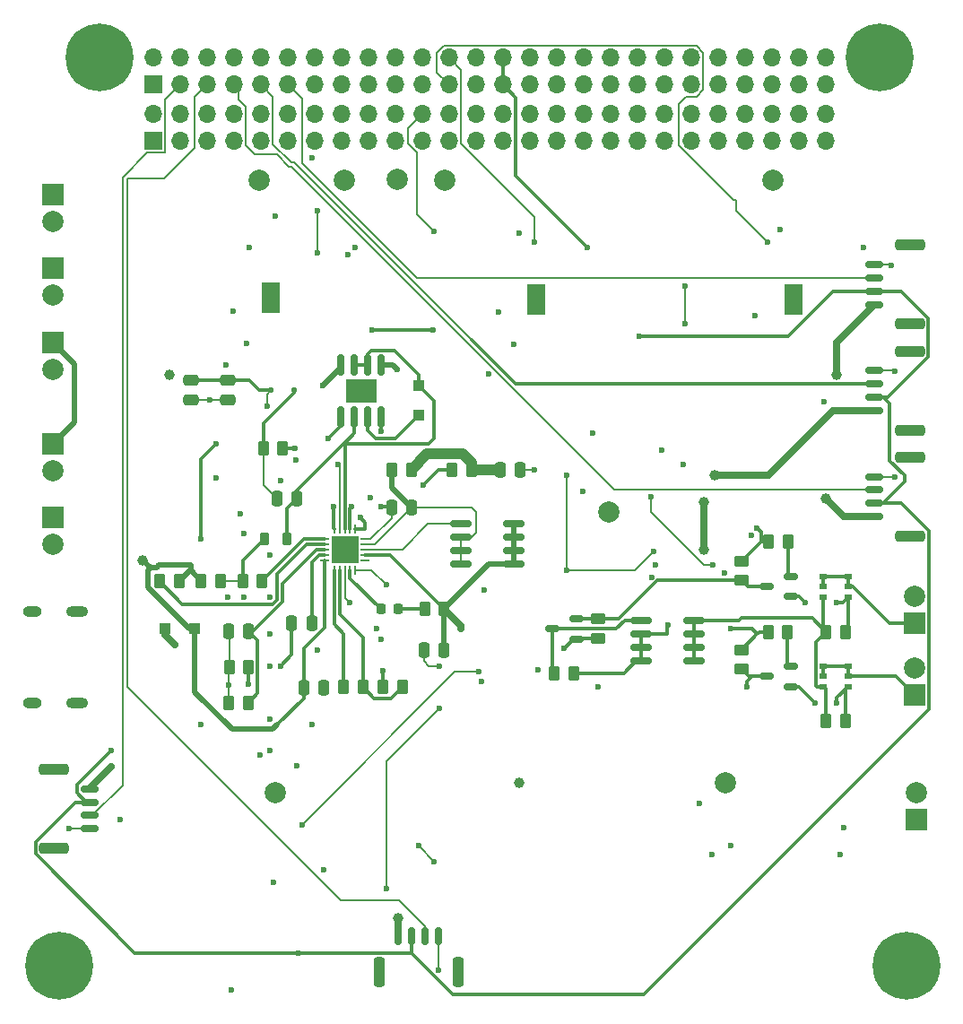
<source format=gbr>
%TF.GenerationSoftware,KiCad,Pcbnew,8.0.3*%
%TF.CreationDate,2024-09-23T14:32:18+01:00*%
%TF.ProjectId,Untitled,556e7469-746c-4656-942e-6b696361645f,rev?*%
%TF.SameCoordinates,Original*%
%TF.FileFunction,Copper,L4,Bot*%
%TF.FilePolarity,Positive*%
%FSLAX46Y46*%
G04 Gerber Fmt 4.6, Leading zero omitted, Abs format (unit mm)*
G04 Created by KiCad (PCBNEW 8.0.3) date 2024-09-23 14:32:18*
%MOMM*%
%LPD*%
G01*
G04 APERTURE LIST*
G04 Aperture macros list*
%AMRoundRect*
0 Rectangle with rounded corners*
0 $1 Rounding radius*
0 $2 $3 $4 $5 $6 $7 $8 $9 X,Y pos of 4 corners*
0 Add a 4 corners polygon primitive as box body*
4,1,4,$2,$3,$4,$5,$6,$7,$8,$9,$2,$3,0*
0 Add four circle primitives for the rounded corners*
1,1,$1+$1,$2,$3*
1,1,$1+$1,$4,$5*
1,1,$1+$1,$6,$7*
1,1,$1+$1,$8,$9*
0 Add four rect primitives between the rounded corners*
20,1,$1+$1,$2,$3,$4,$5,0*
20,1,$1+$1,$4,$5,$6,$7,0*
20,1,$1+$1,$6,$7,$8,$9,0*
20,1,$1+$1,$8,$9,$2,$3,0*%
G04 Aperture macros list end*
%TA.AperFunction,HeatsinkPad*%
%ADD10C,0.550000*%
%TD*%
%TA.AperFunction,HeatsinkPad*%
%ADD11R,1.651000X2.845000*%
%TD*%
%TA.AperFunction,ComponentPad*%
%ADD12C,6.400000*%
%TD*%
%TA.AperFunction,ComponentPad*%
%ADD13R,2.000000X2.000000*%
%TD*%
%TA.AperFunction,ComponentPad*%
%ADD14C,2.000000*%
%TD*%
%TA.AperFunction,ComponentPad*%
%ADD15O,2.100000X1.000000*%
%TD*%
%TA.AperFunction,ComponentPad*%
%ADD16O,1.800000X1.000000*%
%TD*%
%TA.AperFunction,ComponentPad*%
%ADD17R,1.700000X1.700000*%
%TD*%
%TA.AperFunction,ComponentPad*%
%ADD18O,1.700000X1.700000*%
%TD*%
%TA.AperFunction,SMDPad,CuDef*%
%ADD19RoundRect,0.062500X0.350000X0.062500X-0.350000X0.062500X-0.350000X-0.062500X0.350000X-0.062500X0*%
%TD*%
%TA.AperFunction,SMDPad,CuDef*%
%ADD20RoundRect,0.062500X0.062500X0.350000X-0.062500X0.350000X-0.062500X-0.350000X0.062500X-0.350000X0*%
%TD*%
%TA.AperFunction,HeatsinkPad*%
%ADD21R,2.500000X2.500000*%
%TD*%
%TA.AperFunction,SMDPad,CuDef*%
%ADD22RoundRect,0.150000X0.512500X0.150000X-0.512500X0.150000X-0.512500X-0.150000X0.512500X-0.150000X0*%
%TD*%
%TA.AperFunction,SMDPad,CuDef*%
%ADD23RoundRect,0.250000X0.262500X0.450000X-0.262500X0.450000X-0.262500X-0.450000X0.262500X-0.450000X0*%
%TD*%
%TA.AperFunction,SMDPad,CuDef*%
%ADD24R,0.700000X0.510000*%
%TD*%
%TA.AperFunction,SMDPad,CuDef*%
%ADD25RoundRect,0.250000X-0.450000X0.262500X-0.450000X-0.262500X0.450000X-0.262500X0.450000X0.262500X0*%
%TD*%
%TA.AperFunction,SMDPad,CuDef*%
%ADD26RoundRect,0.250000X0.250000X0.475000X-0.250000X0.475000X-0.250000X-0.475000X0.250000X-0.475000X0*%
%TD*%
%TA.AperFunction,SMDPad,CuDef*%
%ADD27RoundRect,0.250000X-0.250000X-0.475000X0.250000X-0.475000X0.250000X0.475000X-0.250000X0.475000X0*%
%TD*%
%TA.AperFunction,SMDPad,CuDef*%
%ADD28RoundRect,0.250000X-0.262500X-0.450000X0.262500X-0.450000X0.262500X0.450000X-0.262500X0.450000X0*%
%TD*%
%TA.AperFunction,SMDPad,CuDef*%
%ADD29RoundRect,0.250000X0.475000X-0.250000X0.475000X0.250000X-0.475000X0.250000X-0.475000X-0.250000X0*%
%TD*%
%TA.AperFunction,SMDPad,CuDef*%
%ADD30RoundRect,0.150000X0.700000X-0.150000X0.700000X0.150000X-0.700000X0.150000X-0.700000X-0.150000X0*%
%TD*%
%TA.AperFunction,SMDPad,CuDef*%
%ADD31RoundRect,0.250000X1.150000X-0.250000X1.150000X0.250000X-1.150000X0.250000X-1.150000X-0.250000X0*%
%TD*%
%TA.AperFunction,SMDPad,CuDef*%
%ADD32RoundRect,0.250000X-0.300000X0.300000X-0.300000X-0.300000X0.300000X-0.300000X0.300000X0.300000X0*%
%TD*%
%TA.AperFunction,SMDPad,CuDef*%
%ADD33RoundRect,0.150000X-0.150000X-0.700000X0.150000X-0.700000X0.150000X0.700000X-0.150000X0.700000X0*%
%TD*%
%TA.AperFunction,SMDPad,CuDef*%
%ADD34RoundRect,0.250000X-0.250000X-1.150000X0.250000X-1.150000X0.250000X1.150000X-0.250000X1.150000X0*%
%TD*%
%TA.AperFunction,SMDPad,CuDef*%
%ADD35RoundRect,0.150000X-0.825000X-0.150000X0.825000X-0.150000X0.825000X0.150000X-0.825000X0.150000X0*%
%TD*%
%TA.AperFunction,SMDPad,CuDef*%
%ADD36RoundRect,0.150000X0.150000X-0.825000X0.150000X0.825000X-0.150000X0.825000X-0.150000X-0.825000X0*%
%TD*%
%TA.AperFunction,HeatsinkPad*%
%ADD37R,3.000000X2.290000*%
%TD*%
%TA.AperFunction,SMDPad,CuDef*%
%ADD38RoundRect,0.150000X-0.700000X0.150000X-0.700000X-0.150000X0.700000X-0.150000X0.700000X0.150000X0*%
%TD*%
%TA.AperFunction,SMDPad,CuDef*%
%ADD39RoundRect,0.250000X-1.150000X0.250000X-1.150000X-0.250000X1.150000X-0.250000X1.150000X0.250000X0*%
%TD*%
%TA.AperFunction,SMDPad,CuDef*%
%ADD40RoundRect,0.250000X0.450000X-0.262500X0.450000X0.262500X-0.450000X0.262500X-0.450000X-0.262500X0*%
%TD*%
%TA.AperFunction,SMDPad,CuDef*%
%ADD41RoundRect,0.250000X-0.300000X-0.300000X0.300000X-0.300000X0.300000X0.300000X-0.300000X0.300000X0*%
%TD*%
%TA.AperFunction,SMDPad,CuDef*%
%ADD42RoundRect,0.125000X0.125000X0.125000X-0.125000X0.125000X-0.125000X-0.125000X0.125000X-0.125000X0*%
%TD*%
%TA.AperFunction,SMDPad,CuDef*%
%ADD43RoundRect,0.218750X0.218750X0.381250X-0.218750X0.381250X-0.218750X-0.381250X0.218750X-0.381250X0*%
%TD*%
%TA.AperFunction,SMDPad,CuDef*%
%ADD44RoundRect,0.218750X-0.218750X-0.256250X0.218750X-0.256250X0.218750X0.256250X-0.218750X0.256250X0*%
%TD*%
%TA.AperFunction,ViaPad*%
%ADD45C,0.600000*%
%TD*%
%TA.AperFunction,ViaPad*%
%ADD46C,1.000000*%
%TD*%
%TA.AperFunction,Conductor*%
%ADD47C,0.500000*%
%TD*%
%TA.AperFunction,Conductor*%
%ADD48C,0.300000*%
%TD*%
%TA.AperFunction,Conductor*%
%ADD49C,0.700000*%
%TD*%
%TA.AperFunction,Conductor*%
%ADD50C,1.000000*%
%TD*%
%TA.AperFunction,Conductor*%
%ADD51C,0.200000*%
%TD*%
G04 APERTURE END LIST*
D10*
%TO.P,U6,17,GND*%
%TO.N,GND*%
X143883604Y-76750185D03*
X143883604Y-77897685D03*
X143883604Y-79045185D03*
D11*
X144434104Y-77897685D03*
D10*
X144984604Y-76750185D03*
X144984604Y-77897685D03*
X144984604Y-79045185D03*
%TD*%
D12*
%TO.P,H3,1*%
%TO.N,N/C*%
X75080000Y-140810000D03*
%TD*%
D13*
%TO.P,J16,1,Pin_1*%
%TO.N,/BATT_PRE_INH*%
X74500000Y-91500000D03*
D14*
%TO.P,J16,2,Pin_2*%
%TO.N,GND_REF*%
X74500000Y-94040000D03*
%TD*%
D13*
%TO.P,J4,1,Pin_1*%
%TO.N,/BATT_PRE_INH*%
X74491311Y-82000000D03*
D14*
%TO.P,J4,2,Pin_2*%
%TO.N,/BATT_CS*%
X74491311Y-84540000D03*
%TD*%
%TO.P,TP3,1,1*%
%TO.N,/EDFA_5V*%
X111483354Y-66609914D03*
%TD*%
D13*
%TO.P,J9,1,Pin_1*%
%TO.N,Net-(J9-Pin_1)*%
X155850000Y-108500000D03*
D14*
%TO.P,J9,2,Pin_2*%
%TO.N,GND*%
X155850000Y-105960000D03*
%TD*%
%TO.P,TP8,1,1*%
%TO.N,/5V_SW_2*%
X102029681Y-66637637D03*
%TD*%
D13*
%TO.P,J6,1,Pin_1*%
%TO.N,GND_REF*%
X74500000Y-74957894D03*
D14*
%TO.P,J6,2,Pin_2*%
%TO.N,GND*%
X74500000Y-77497894D03*
%TD*%
%TO.P,TP4,1,1*%
%TO.N,/EDFA_5V_SWITCHED*%
X127000000Y-98000000D03*
%TD*%
D13*
%TO.P,J10,1,Pin_1*%
%TO.N,/KAPTON_PWR*%
X156000000Y-127040000D03*
D14*
%TO.P,J10,2,Pin_2*%
%TO.N,GND*%
X156000000Y-124500000D03*
%TD*%
%TO.P,TP5,1,1*%
%TO.N,/PERIPH_PWR*%
X142489567Y-66646870D03*
%TD*%
%TO.P,TP1,1,1*%
%TO.N,/5V_BUS*%
X106992166Y-66582190D03*
%TD*%
D13*
%TO.P,J5,1,Pin_1*%
%TO.N,/VBATT_CHARGE*%
X74500000Y-98460000D03*
D14*
%TO.P,J5,2,Pin_2*%
%TO.N,GND_REF*%
X74500000Y-101000000D03*
%TD*%
D10*
%TO.P,U2,17,GND*%
%TO.N,GND*%
X119599500Y-76752500D03*
X119599500Y-77900000D03*
X119599500Y-79047500D03*
D11*
X120150000Y-77900000D03*
D10*
X120700500Y-76752500D03*
X120700500Y-77900000D03*
X120700500Y-79047500D03*
%TD*%
D15*
%TO.P,J7,S1,SHIELD*%
%TO.N,GND_REF*%
X76746508Y-107367513D03*
D16*
X72566508Y-107367513D03*
D15*
X76746508Y-116007513D03*
D16*
X72566508Y-116007513D03*
%TD*%
D14*
%TO.P,TP2,1,1*%
%TO.N,/3V3_BUS*%
X95500000Y-124500000D03*
%TD*%
D12*
%TO.P,H4,1*%
%TO.N,N/C*%
X155090000Y-140810000D03*
%TD*%
D14*
%TO.P,TP6,1,1*%
%TO.N,/KAPTON_PWR*%
X138000000Y-123500000D03*
%TD*%
D13*
%TO.P,J3,1,Pin_1*%
%TO.N,/SOLAR_PRE_INH*%
X74500000Y-68000000D03*
D14*
%TO.P,J3,2,Pin_2*%
%TO.N,/SOLAR_PRE_MPPT*%
X74500000Y-70540000D03*
%TD*%
D12*
%TO.P,H1,1*%
%TO.N,N/C*%
X78890000Y-55080000D03*
%TD*%
%TO.P,H2,1*%
%TO.N,N/C*%
X152550000Y-55080000D03*
%TD*%
D10*
%TO.P,U1,17,GND*%
%TO.N,GND*%
X94554500Y-76622500D03*
X94554500Y-77770000D03*
X94554500Y-78917500D03*
D11*
X95105000Y-77770000D03*
D10*
X95655500Y-76622500D03*
X95655500Y-77770000D03*
X95655500Y-78917500D03*
%TD*%
D17*
%TO.P,J2,1,Pin_1*%
%TO.N,/PDU_TEMP*%
X83970000Y-57620000D03*
D18*
%TO.P,J2,2,Pin_2*%
%TO.N,unconnected-(J2-Pin_2-Pad2)*%
X83970000Y-55080000D03*
%TO.P,J2,3,Pin_3*%
%TO.N,/SOLAR_TMP_1*%
X86510000Y-57620000D03*
%TO.P,J2,4,Pin_4*%
%TO.N,unconnected-(J2-Pin_4-Pad4)*%
X86510000Y-55080000D03*
%TO.P,J2,5,Pin_5*%
%TO.N,/SOLAR_TMP_2*%
X89050000Y-57620000D03*
%TO.P,J2,6,Pin_6*%
%TO.N,unconnected-(J2-Pin_6-Pad6)*%
X89050000Y-55080000D03*
%TO.P,J2,7,Pin_7*%
%TO.N,/SOLAR_TMP_5*%
X91590000Y-57620000D03*
%TO.P,J2,8,Pin_8*%
%TO.N,unconnected-(J2-Pin_8-Pad8)*%
X91590000Y-55080000D03*
%TO.P,J2,9,Pin_9*%
%TO.N,/SOLAR_TMP_4*%
X94130000Y-57620000D03*
%TO.P,J2,10,Pin_10*%
%TO.N,unconnected-(J2-Pin_10-Pad10)*%
X94130000Y-55080000D03*
%TO.P,J2,11,Pin_11*%
%TO.N,/SOLAR_TMP_3*%
X96670000Y-57620000D03*
%TO.P,J2,12,Pin_12*%
%TO.N,unconnected-(J2-Pin_12-Pad12)*%
X96670000Y-55080000D03*
%TO.P,J2,13,Pin_13*%
%TO.N,unconnected-(J2-Pin_13-Pad13)*%
X99210000Y-57620000D03*
%TO.P,J2,14,Pin_14*%
%TO.N,unconnected-(J2-Pin_14-Pad14)*%
X99210000Y-55080000D03*
%TO.P,J2,15,Pin_15*%
%TO.N,unconnected-(J2-Pin_15-Pad15)*%
X101750000Y-57620000D03*
%TO.P,J2,16,Pin_16*%
%TO.N,unconnected-(J2-Pin_16-Pad16)*%
X101750000Y-55080000D03*
%TO.P,J2,17,Pin_17*%
%TO.N,unconnected-(J2-Pin_17-Pad17)*%
X104290000Y-57620000D03*
%TO.P,J2,18,Pin_18*%
%TO.N,unconnected-(J2-Pin_18-Pad18)*%
X104290000Y-55080000D03*
%TO.P,J2,19,Pin_19*%
%TO.N,/EDFA_5V_STAT*%
X106830000Y-57620000D03*
%TO.P,J2,20,Pin_20*%
%TO.N,unconnected-(J2-Pin_20-Pad20)*%
X106830000Y-55080000D03*
%TO.P,J2,21,Pin_21*%
%TO.N,/EDFA_5V_SW*%
X109370000Y-57620000D03*
%TO.P,J2,22,Pin_22*%
X109370000Y-55080000D03*
%TO.P,J2,23,Pin_23*%
%TO.N,/5V_BUS_STAT*%
X111910000Y-57620000D03*
%TO.P,J2,24,Pin_24*%
%TO.N,/3V3_BUS_STAT*%
X111910000Y-55080000D03*
%TO.P,J2,25,Pin_25*%
%TO.N,/5V_BUS*%
X114450000Y-57620000D03*
%TO.P,J2,26,Pin_26*%
X114450000Y-55080000D03*
%TO.P,J2,27,Pin_27*%
%TO.N,/3V3_BUS*%
X116990000Y-57620000D03*
%TO.P,J2,28,Pin_28*%
X116990000Y-55080000D03*
%TO.P,J2,29,Pin_29*%
%TO.N,GND*%
X119530000Y-57620000D03*
%TO.P,J2,30,Pin_30*%
X119530000Y-55080000D03*
%TO.P,J2,31,Pin_31*%
X122070000Y-57620000D03*
%TO.P,J2,32,Pin_32*%
X122070000Y-55080000D03*
%TO.P,J2,33,Pin_33*%
%TO.N,unconnected-(J2-Pin_33-Pad33)*%
X124610000Y-57620000D03*
%TO.P,J2,34,Pin_34*%
%TO.N,unconnected-(J2-Pin_34-Pad34)*%
X124610000Y-55080000D03*
%TO.P,J2,35,Pin_35*%
%TO.N,unconnected-(J2-Pin_35-Pad35)*%
X127150000Y-57620000D03*
%TO.P,J2,36,Pin_36*%
%TO.N,unconnected-(J2-Pin_36-Pad36)*%
X127150000Y-55080000D03*
%TO.P,J2,37,Pin_37*%
%TO.N,unconnected-(J2-Pin_37-Pad37)*%
X129690000Y-57620000D03*
%TO.P,J2,38,Pin_38*%
%TO.N,unconnected-(J2-Pin_38-Pad38)*%
X129690000Y-55080000D03*
%TO.P,J2,39,Pin_39*%
%TO.N,unconnected-(J2-Pin_39-Pad39)*%
X132230000Y-57620000D03*
%TO.P,J2,40,Pin_40*%
%TO.N,unconnected-(J2-Pin_40-Pad40)*%
X132230000Y-55080000D03*
%TO.P,J2,41,Pin_41*%
%TO.N,unconnected-(J2-Pin_41-Pad41)*%
X134770000Y-57620000D03*
%TO.P,J2,42,Pin_42*%
%TO.N,unconnected-(J2-Pin_42-Pad42)*%
X134770000Y-55080000D03*
%TO.P,J2,43,Pin_43*%
%TO.N,unconnected-(J2-Pin_43-Pad43)*%
X137310000Y-57620000D03*
%TO.P,J2,44,Pin_44*%
%TO.N,unconnected-(J2-Pin_44-Pad44)*%
X137310000Y-55080000D03*
%TO.P,J2,45,Pin_45*%
%TO.N,unconnected-(J2-Pin_45-Pad45)*%
X139850000Y-57620000D03*
%TO.P,J2,46,Pin_46*%
%TO.N,V_BATT*%
X139850000Y-55080000D03*
%TO.P,J2,47,Pin_47*%
%TO.N,unconnected-(J2-Pin_47-Pad47)*%
X142390000Y-57620000D03*
%TO.P,J2,48,Pin_48*%
%TO.N,V_BATT*%
X142390000Y-55080000D03*
%TO.P,J2,49,Pin_49*%
%TO.N,unconnected-(J2-Pin_49-Pad49)*%
X144930000Y-57620000D03*
%TO.P,J2,50,Pin_50*%
%TO.N,unconnected-(J2-Pin_50-Pad50)*%
X144930000Y-55080000D03*
%TO.P,J2,51,Pin_51*%
%TO.N,unconnected-(J2-Pin_51-Pad51)*%
X147470000Y-57620000D03*
%TO.P,J2,52,Pin_52*%
%TO.N,unconnected-(J2-Pin_52-Pad52)*%
X147470000Y-55080000D03*
%TD*%
D17*
%TO.P,J1,1,Pin_1*%
%TO.N,unconnected-(J1-Pin_1-Pad1)*%
X83970000Y-62900000D03*
D18*
%TO.P,J1,2,Pin_2*%
%TO.N,unconnected-(J1-Pin_2-Pad2)*%
X83970000Y-60360000D03*
%TO.P,J1,3,Pin_3*%
%TO.N,unconnected-(J1-Pin_3-Pad3)*%
X86510000Y-62900000D03*
%TO.P,J1,4,Pin_4*%
%TO.N,unconnected-(J1-Pin_4-Pad4)*%
X86510000Y-60360000D03*
%TO.P,J1,5,Pin_5*%
%TO.N,unconnected-(J1-Pin_5-Pad5)*%
X89050000Y-62900000D03*
%TO.P,J1,6,Pin_6*%
%TO.N,unconnected-(J1-Pin_6-Pad6)*%
X89050000Y-60360000D03*
%TO.P,J1,7,Pin_7*%
%TO.N,unconnected-(J1-Pin_7-Pad7)*%
X91590000Y-62900000D03*
%TO.P,J1,8,Pin_8*%
%TO.N,unconnected-(J1-Pin_8-Pad8)*%
X91590000Y-60360000D03*
%TO.P,J1,9,Pin_9*%
%TO.N,unconnected-(J1-Pin_9-Pad9)*%
X94130000Y-62900000D03*
%TO.P,J1,10,Pin_10*%
%TO.N,unconnected-(J1-Pin_10-Pad10)*%
X94130000Y-60360000D03*
%TO.P,J1,11,Pin_11*%
%TO.N,/EDFA_ENABLE*%
X96670000Y-62900000D03*
%TO.P,J1,12,Pin_12*%
%TO.N,unconnected-(J1-Pin_12-Pad12)*%
X96670000Y-60360000D03*
%TO.P,J1,13,Pin_13*%
%TO.N,/KAPTON_ENABLE*%
X99210000Y-62900000D03*
%TO.P,J1,14,Pin_14*%
%TO.N,unconnected-(J1-Pin_14-Pad14)*%
X99210000Y-60360000D03*
%TO.P,J1,15,Pin_15*%
%TO.N,/5V_SW_1_EN*%
X101750000Y-62900000D03*
%TO.P,J1,16,Pin_16*%
%TO.N,unconnected-(J1-Pin_16-Pad16)*%
X101750000Y-60360000D03*
%TO.P,J1,17,Pin_17*%
%TO.N,/5V_SW_2_EN*%
X104290000Y-62900000D03*
%TO.P,J1,18,Pin_18*%
%TO.N,unconnected-(J1-Pin_18-Pad18)*%
X104290000Y-60360000D03*
%TO.P,J1,19,Pin_19*%
%TO.N,unconnected-(J1-Pin_19-Pad19)*%
X106830000Y-62900000D03*
%TO.P,J1,20,Pin_20*%
%TO.N,unconnected-(J1-Pin_20-Pad20)*%
X106830000Y-60360000D03*
%TO.P,J1,21,Pin_21*%
%TO.N,/5V_SW_1*%
X109370000Y-62900000D03*
%TO.P,J1,22,Pin_22*%
%TO.N,/ICL*%
X109370000Y-60360000D03*
%TO.P,J1,23,Pin_23*%
%TO.N,/5V_SW_2*%
X111910000Y-62900000D03*
%TO.P,J1,24,Pin_24*%
%TO.N,/SHDN*%
X111910000Y-60360000D03*
%TO.P,J1,25,Pin_25*%
%TO.N,unconnected-(J1-Pin_25-Pad25)*%
X114450000Y-62900000D03*
%TO.P,J1,26,Pin_26*%
%TO.N,unconnected-(J1-Pin_26-Pad26)*%
X114450000Y-60360000D03*
%TO.P,J1,27,Pin_27*%
%TO.N,/PERIPH_EN*%
X116990000Y-62900000D03*
%TO.P,J1,28,Pin_28*%
%TO.N,/ENAB_BURN_1*%
X116990000Y-60360000D03*
%TO.P,J1,29,Pin_29*%
%TO.N,/BURN_FET*%
X119530000Y-62900000D03*
%TO.P,J1,30,Pin_30*%
%TO.N,/ENAB_BURN_2*%
X119530000Y-60360000D03*
%TO.P,J1,31,Pin_31*%
%TO.N,unconnected-(J1-Pin_31-Pad31)*%
X122070000Y-62900000D03*
%TO.P,J1,32,Pin_32*%
%TO.N,unconnected-(J1-Pin_32-Pad32)*%
X122070000Y-60360000D03*
%TO.P,J1,33,Pin_33*%
%TO.N,unconnected-(J1-Pin_33-Pad33)*%
X124610000Y-62900000D03*
%TO.P,J1,34,Pin_34*%
%TO.N,unconnected-(J1-Pin_34-Pad34)*%
X124610000Y-60360000D03*
%TO.P,J1,35,Pin_35*%
%TO.N,unconnected-(J1-Pin_35-Pad35)*%
X127150000Y-62900000D03*
%TO.P,J1,36,Pin_36*%
%TO.N,unconnected-(J1-Pin_36-Pad36)*%
X127150000Y-60360000D03*
%TO.P,J1,37,Pin_37*%
%TO.N,unconnected-(J1-Pin_37-Pad37)*%
X129690000Y-62900000D03*
%TO.P,J1,38,Pin_38*%
%TO.N,unconnected-(J1-Pin_38-Pad38)*%
X129690000Y-60360000D03*
%TO.P,J1,39,Pin_39*%
%TO.N,unconnected-(J1-Pin_39-Pad39)*%
X132230000Y-62900000D03*
%TO.P,J1,40,Pin_40*%
%TO.N,unconnected-(J1-Pin_40-Pad40)*%
X132230000Y-60360000D03*
%TO.P,J1,41,Pin_41*%
%TO.N,/SDA*%
X134770000Y-62900000D03*
%TO.P,J1,42,Pin_42*%
%TO.N,unconnected-(J1-Pin_42-Pad42)*%
X134770000Y-60360000D03*
%TO.P,J1,43,Pin_43*%
%TO.N,/SCL*%
X137310000Y-62900000D03*
%TO.P,J1,44,Pin_44*%
%TO.N,unconnected-(J1-Pin_44-Pad44)*%
X137310000Y-60360000D03*
%TO.P,J1,45,Pin_45*%
%TO.N,unconnected-(J1-Pin_45-Pad45)*%
X139850000Y-62900000D03*
%TO.P,J1,46,Pin_46*%
%TO.N,unconnected-(J1-Pin_46-Pad46)*%
X139850000Y-60360000D03*
%TO.P,J1,47,Pin_47*%
%TO.N,/PERIPH_PWR*%
X142390000Y-62900000D03*
%TO.P,J1,48,Pin_48*%
%TO.N,unconnected-(J1-Pin_48-Pad48)*%
X142390000Y-60360000D03*
%TO.P,J1,49,Pin_49*%
%TO.N,unconnected-(J1-Pin_49-Pad49)*%
X144930000Y-62900000D03*
%TO.P,J1,50,Pin_50*%
%TO.N,unconnected-(J1-Pin_50-Pad50)*%
X144930000Y-60360000D03*
%TO.P,J1,51,Pin_51*%
%TO.N,unconnected-(J1-Pin_51-Pad51)*%
X147470000Y-62900000D03*
%TO.P,J1,52,Pin_52*%
%TO.N,unconnected-(J1-Pin_52-Pad52)*%
X147470000Y-60360000D03*
%TD*%
D14*
%TO.P,TP7,1,1*%
%TO.N,/5V_SW_1*%
X93989901Y-66609914D03*
%TD*%
D13*
%TO.P,J8,1,Pin_1*%
%TO.N,Net-(J8-Pin_1)*%
X155850000Y-115275000D03*
D14*
%TO.P,J8,2,Pin_2*%
%TO.N,GND*%
X155850000Y-112735000D03*
%TD*%
D19*
%TO.P,U12,1,CLN*%
%TO.N,Net-(U12-CLN)*%
X104000000Y-100510000D03*
%TO.P,U12,2,CLP*%
%TO.N,Net-(U12-CLP)*%
X104000000Y-101010000D03*
%TO.P,U12,3,INFET*%
%TO.N,Net-(U12-INFET)*%
X104000000Y-101510000D03*
%TO.P,U12,4,DCIN*%
%TO.N,/SOLAR_PRE_MPPT*%
X104000000Y-102010000D03*
%TO.P,U12,5,ACP*%
%TO.N,unconnected-(U12-ACP-Pad5)*%
X104000000Y-102510000D03*
D20*
%TO.P,U12,6,SHDN*%
%TO.N,/SHDN*%
X103062500Y-103447500D03*
%TO.P,U12,7,CHRG*%
%TO.N,/CHRG*%
X102562500Y-103447500D03*
%TO.P,U12,8,ICL*%
%TO.N,/ICL*%
X102062500Y-103447500D03*
%TO.P,U12,9,VFB*%
%TO.N,Net-(U12-VFB)*%
X101562500Y-103447500D03*
%TO.P,U12,10,FBDIV*%
%TO.N,Net-(U12-FBDIV)*%
X101062500Y-103447500D03*
D19*
%TO.P,U12,11,BAT*%
%TO.N,/VBATT_CHARGE*%
X100125000Y-102510000D03*
%TO.P,U12,12,ITH*%
%TO.N,Net-(U12-ITH)*%
X100125000Y-102010000D03*
%TO.P,U12,13,PROG*%
%TO.N,Net-(U12-PROG)*%
X100125000Y-101510000D03*
%TO.P,U12,14,CSN*%
%TO.N,Net-(U12-CSN)*%
X100125000Y-101010000D03*
%TO.P,U12,15,CSP*%
%TO.N,Net-(U12-CSP)*%
X100125000Y-100510000D03*
D20*
%TO.P,U12,16,BGATE*%
%TO.N,/BGATE*%
X101062500Y-99572500D03*
%TO.P,U12,17,INTVDD*%
%TO.N,Net-(D15-A)*%
X101562500Y-99572500D03*
%TO.P,U12,18,SW*%
%TO.N,/SW*%
X102062500Y-99572500D03*
%TO.P,U12,19,TGATE*%
%TO.N,/TGATE*%
X102562500Y-99572500D03*
%TO.P,U12,20,BOOST*%
%TO.N,Net-(U12-BOOST)*%
X103062500Y-99572500D03*
D21*
%TO.P,U12,21,GND*%
%TO.N,GND*%
X102062500Y-101510000D03*
%TD*%
D22*
%TO.P,Q1,1,E*%
%TO.N,GND*%
X123920307Y-108050000D03*
%TO.P,Q1,2,B*%
%TO.N,/BURN_FET*%
X123920307Y-109950000D03*
%TO.P,Q1,3,C*%
%TO.N,Net-(Q1-C)*%
X121645307Y-109000000D03*
%TD*%
D23*
%TO.P,R37,1*%
%TO.N,Net-(U12-VFB)*%
X107500000Y-114500000D03*
%TO.P,R37,2*%
%TO.N,GND*%
X105675000Y-114500000D03*
%TD*%
D24*
%TO.P,U7,1,D2*%
%TO.N,Net-(J8-Pin_1)*%
X149571733Y-112554018D03*
%TO.P,U7,2,D3*%
X149571733Y-113504018D03*
%TO.P,U7,3,G*%
%TO.N,Net-(Q2-D)*%
X149571733Y-114454018D03*
%TO.P,U7,4,S1*%
%TO.N,Net-(U5-D1)*%
X147251733Y-114454018D03*
%TO.P,U7,5,D4*%
%TO.N,Net-(J8-Pin_1)*%
X147251733Y-113504018D03*
%TO.P,U7,6,D1*%
X147251733Y-112554018D03*
%TD*%
D25*
%TO.P,R23,1*%
%TO.N,/ENAB_BURN_2*%
X139500000Y-102587500D03*
%TO.P,R23,2*%
%TO.N,GND*%
X139500000Y-104412500D03*
%TD*%
D26*
%TO.P,C39,1*%
%TO.N,GND*%
X100061213Y-114530000D03*
%TO.P,C39,2*%
%TO.N,/VBATT_CHARGE*%
X98161213Y-114530000D03*
%TD*%
D23*
%TO.P,R35,1*%
%TO.N,Net-(U12-BOOST)*%
X96208091Y-91996654D03*
%TO.P,R35,2*%
%TO.N,Net-(D15-K)*%
X94383091Y-91996654D03*
%TD*%
D27*
%TO.P,C31,1*%
%TO.N,GND*%
X109550000Y-111010000D03*
%TO.P,C31,2*%
%TO.N,/SOLAR_PRE_MPPT*%
X111450000Y-111010000D03*
%TD*%
%TO.P,C32,1*%
%TO.N,Net-(C32-Pad1)*%
X97050000Y-108500000D03*
%TO.P,C32,2*%
%TO.N,Net-(U12-ITH)*%
X98950000Y-108500000D03*
%TD*%
D28*
%TO.P,R34,1*%
%TO.N,Net-(U12-CLP)*%
X106500000Y-94010000D03*
%TO.P,R34,2*%
%TO.N,V_BATT*%
X108325000Y-94010000D03*
%TD*%
%TO.P,R39,1*%
%TO.N,Net-(U12-CSN)*%
X84587500Y-104510000D03*
%TO.P,R39,2*%
%TO.N,/VBATT_CHARGE*%
X86412500Y-104510000D03*
%TD*%
D29*
%TO.P,C37,1*%
%TO.N,GND*%
X91010000Y-87410000D03*
%TO.P,C37,2*%
%TO.N,Net-(D15-A)*%
X91010000Y-85510000D03*
%TD*%
D30*
%TO.P,J14,1,Pin_1*%
%TO.N,/SOLAR_IN_4*%
X152050000Y-88375000D03*
%TO.P,J14,2,Pin_2*%
%TO.N,/3V3_BUS*%
X152050000Y-87125000D03*
%TO.P,J14,3,Pin_3*%
%TO.N,/SOLAR_TMP_4*%
X152050000Y-85875000D03*
%TO.P,J14,4,Pin_4*%
%TO.N,GND*%
X152050000Y-84625000D03*
D31*
%TO.P,J14,MP*%
%TO.N,N/C*%
X155400000Y-90225000D03*
X155400000Y-82775000D03*
%TD*%
D23*
%TO.P,R24,1*%
%TO.N,Net-(Q3-G)*%
X143891678Y-100736708D03*
%TO.P,R24,2*%
%TO.N,/ENAB_BURN_2*%
X142066678Y-100736708D03*
%TD*%
D26*
%TO.P,C35,1*%
%TO.N,GND*%
X118625000Y-94000000D03*
%TO.P,C35,2*%
%TO.N,V_BATT*%
X116725000Y-94000000D03*
%TD*%
D27*
%TO.P,C33,1*%
%TO.N,GND*%
X91082987Y-109270563D03*
%TO.P,C33,2*%
%TO.N,Net-(U12-PROG)*%
X92982987Y-109270563D03*
%TD*%
D22*
%TO.P,Q2,1,G*%
%TO.N,Net-(Q2-G)*%
X144137500Y-112550000D03*
%TO.P,Q2,2,D*%
%TO.N,Net-(Q2-D)*%
X144137500Y-114450000D03*
%TO.P,Q2,3,S*%
%TO.N,GND*%
X141862500Y-113500000D03*
%TD*%
D28*
%TO.P,R41,1*%
%TO.N,Net-(U12-CLN)*%
X112175000Y-94000000D03*
%TO.P,R41,2*%
%TO.N,V_BATT*%
X114000000Y-94000000D03*
%TD*%
D32*
%TO.P,D17,1,K*%
%TO.N,/SW*%
X109000000Y-86010000D03*
%TO.P,D17,2,A*%
%TO.N,/S2*%
X109000000Y-88810000D03*
%TD*%
D25*
%TO.P,R22,1*%
%TO.N,/ENAB_BURN_1*%
X139500000Y-111000000D03*
%TO.P,R22,2*%
%TO.N,GND*%
X139500000Y-112825000D03*
%TD*%
D28*
%TO.P,R32,1*%
%TO.N,GND*%
X91140668Y-112652704D03*
%TO.P,R32,2*%
%TO.N,Net-(C32-Pad1)*%
X92965668Y-112652704D03*
%TD*%
D29*
%TO.P,C38,1*%
%TO.N,GND*%
X87500000Y-87410000D03*
%TO.P,C38,2*%
%TO.N,Net-(D15-A)*%
X87500000Y-85510000D03*
%TD*%
D30*
%TO.P,J13,1,Pin_1*%
%TO.N,/SOLAR_IN_3*%
X152050000Y-78375000D03*
%TO.P,J13,2,Pin_2*%
%TO.N,/3V3_BUS*%
X152050000Y-77125000D03*
%TO.P,J13,3,Pin_3*%
%TO.N,/SOLAR_TMP_3*%
X152050000Y-75875000D03*
%TO.P,J13,4,Pin_4*%
%TO.N,GND*%
X152050000Y-74625000D03*
D31*
%TO.P,J13,MP*%
%TO.N,N/C*%
X155400000Y-80225000D03*
X155400000Y-72775000D03*
%TD*%
D33*
%TO.P,J12,1,Pin_1*%
%TO.N,/SOLAR_IN_2*%
X107125000Y-138050000D03*
%TO.P,J12,2,Pin_2*%
%TO.N,/3V3_BUS*%
X108375000Y-138050000D03*
%TO.P,J12,3,Pin_3*%
%TO.N,/SOLAR_TMP_2*%
X109625000Y-138050000D03*
%TO.P,J12,4,Pin_4*%
%TO.N,GND*%
X110875000Y-138050000D03*
D34*
%TO.P,J12,MP*%
%TO.N,N/C*%
X105275000Y-141400000D03*
X112725000Y-141400000D03*
%TD*%
D30*
%TO.P,J15,1,Pin_1*%
%TO.N,/SOLAR_IN_5*%
X152050000Y-98375000D03*
%TO.P,J15,2,Pin_2*%
%TO.N,/3V3_BUS*%
X152050000Y-97125000D03*
%TO.P,J15,3,Pin_3*%
%TO.N,/SOLAR_TMP_5*%
X152050000Y-95875000D03*
%TO.P,J15,4,Pin_4*%
%TO.N,GND*%
X152050000Y-94625000D03*
D31*
%TO.P,J15,MP*%
%TO.N,N/C*%
X155400000Y-100225000D03*
X155400000Y-92775000D03*
%TD*%
D26*
%TO.P,C36,1*%
%TO.N,/SW*%
X97539548Y-96679218D03*
%TO.P,C36,2*%
%TO.N,Net-(D15-K)*%
X95639548Y-96679218D03*
%TD*%
D22*
%TO.P,Q3,1,G*%
%TO.N,Net-(Q3-G)*%
X144137500Y-104050000D03*
%TO.P,Q3,2,D*%
%TO.N,Net-(Q3-D)*%
X144137500Y-105950000D03*
%TO.P,Q3,3,S*%
%TO.N,GND*%
X141862500Y-105000000D03*
%TD*%
D35*
%TO.P,U13,1,S1*%
%TO.N,Net-(U12-CLP)*%
X113025000Y-102915000D03*
%TO.P,U13,2,S2*%
X113025000Y-101645000D03*
%TO.P,U13,3,S3*%
X113025000Y-100375000D03*
%TO.P,U13,4,G*%
%TO.N,Net-(U12-INFET)*%
X113025000Y-99105000D03*
%TO.P,U13,5,D1*%
%TO.N,/SOLAR_PRE_MPPT*%
X117975000Y-99105000D03*
%TO.P,U13,6,D2*%
X117975000Y-100375000D03*
%TO.P,U13,7,D3*%
X117975000Y-101645000D03*
%TO.P,U13,8,D4*%
X117975000Y-102915000D03*
%TD*%
D28*
%TO.P,R36,1*%
%TO.N,Net-(U12-FBDIV)*%
X101946856Y-114500000D03*
%TO.P,R36,2*%
%TO.N,Net-(U12-VFB)*%
X103771856Y-114500000D03*
%TD*%
D23*
%TO.P,R31,1*%
%TO.N,/SOLAR_PRE_MPPT*%
X111442500Y-107130000D03*
%TO.P,R31,2*%
%TO.N,Net-(D14-A)*%
X109617500Y-107130000D03*
%TD*%
%TO.P,R19,1*%
%TO.N,V_BATT*%
X123684124Y-113167818D03*
%TO.P,R19,2*%
%TO.N,Net-(Q1-C)*%
X121859124Y-113167818D03*
%TD*%
D36*
%TO.P,U15,1,1*%
%TO.N,/TGATE*%
X105500000Y-89010000D03*
%TO.P,U15,2,2*%
%TO.N,/S2*%
X104230000Y-89010000D03*
%TO.P,U15,3,3*%
%TO.N,/SW*%
X102960000Y-89010000D03*
%TO.P,U15,4,4*%
%TO.N,/BGATE*%
X101690000Y-89010000D03*
%TO.P,U15,5,5*%
%TO.N,V_BATT*%
X101690000Y-84060000D03*
%TO.P,U15,6,6*%
%TO.N,/SW*%
X102960000Y-84060000D03*
%TO.P,U15,7,7*%
X104230000Y-84060000D03*
%TO.P,U15,8,8*%
%TO.N,V_BATT*%
X105500000Y-84060000D03*
D37*
%TO.P,U15,9*%
%TO.N,N/C*%
X103595000Y-86535000D03*
%TD*%
D24*
%TO.P,U8,1,D2*%
%TO.N,Net-(J9-Pin_1)*%
X149557222Y-104088394D03*
%TO.P,U8,2,D3*%
X149557222Y-105038394D03*
%TO.P,U8,3,G*%
%TO.N,Net-(Q3-D)*%
X149557222Y-105988394D03*
%TO.P,U8,4,S1*%
%TO.N,Net-(U5-D1)*%
X147237222Y-105988394D03*
%TO.P,U8,5,D4*%
%TO.N,Net-(J9-Pin_1)*%
X147237222Y-105038394D03*
%TO.P,U8,6,D1*%
X147237222Y-104088394D03*
%TD*%
D38*
%TO.P,J11,1,Pin_1*%
%TO.N,/SOLAR_IN_1*%
X77950000Y-124125000D03*
%TO.P,J11,2,Pin_2*%
%TO.N,/3V3_BUS*%
X77950000Y-125375000D03*
%TO.P,J11,3,Pin_3*%
%TO.N,/SOLAR_TMP_1*%
X77950000Y-126625000D03*
%TO.P,J11,4,Pin_4*%
%TO.N,GND*%
X77950000Y-127875000D03*
D39*
%TO.P,J11,MP*%
%TO.N,N/C*%
X74600000Y-122275000D03*
X74600000Y-129725000D03*
%TD*%
D35*
%TO.P,U5,1,S1*%
%TO.N,V_BATT*%
X130050000Y-112040000D03*
%TO.P,U5,2,S2*%
X130050000Y-110770000D03*
%TO.P,U5,3,S3*%
X130050000Y-109500000D03*
%TO.P,U5,4,G*%
%TO.N,Net-(Q1-C)*%
X130050000Y-108230000D03*
%TO.P,U5,5,D1*%
%TO.N,Net-(U5-D1)*%
X135000000Y-108230000D03*
%TO.P,U5,6,D2*%
X135000000Y-109500000D03*
%TO.P,U5,7,D3*%
X135000000Y-110770000D03*
%TO.P,U5,8,D4*%
X135000000Y-112040000D03*
%TD*%
D40*
%TO.P,R20,1*%
%TO.N,/BURN_FET*%
X126013852Y-109908312D03*
%TO.P,R20,2*%
%TO.N,GND*%
X126013852Y-108083312D03*
%TD*%
D41*
%TO.P,D16,1,K*%
%TO.N,V_BATT*%
X85100000Y-109010000D03*
%TO.P,D16,2,A*%
%TO.N,/VBATT_CHARGE*%
X87900000Y-109010000D03*
%TD*%
D28*
%TO.P,R33,1*%
%TO.N,GND*%
X91087500Y-116000000D03*
%TO.P,R33,2*%
%TO.N,Net-(U12-PROG)*%
X92912500Y-116000000D03*
%TD*%
D42*
%TO.P,D15,1,K*%
%TO.N,Net-(D15-K)*%
X97308091Y-86446654D03*
%TO.P,D15,2,A*%
%TO.N,Net-(D15-A)*%
X95108091Y-86446654D03*
%TD*%
D23*
%TO.P,R38,1*%
%TO.N,Net-(U12-CSP)*%
X94237500Y-104510000D03*
%TO.P,R38,2*%
%TO.N,Net-(L4-Pad2)*%
X92412500Y-104510000D03*
%TD*%
%TO.P,R40,1*%
%TO.N,Net-(L4-Pad2)*%
X90325000Y-104510000D03*
%TO.P,R40,2*%
%TO.N,/VBATT_CHARGE*%
X88500000Y-104510000D03*
%TD*%
D43*
%TO.P,L4,1,1*%
%TO.N,/SW*%
X96562500Y-100510000D03*
%TO.P,L4,2,2*%
%TO.N,Net-(L4-Pad2)*%
X94437500Y-100510000D03*
%TD*%
D23*
%TO.P,R25,1*%
%TO.N,Net-(Q2-D)*%
X149311813Y-117725241D03*
%TO.P,R25,2*%
%TO.N,Net-(U5-D1)*%
X147486813Y-117725241D03*
%TD*%
%TO.P,R21,1*%
%TO.N,Net-(Q2-G)*%
X143861853Y-109326365D03*
%TO.P,R21,2*%
%TO.N,/ENAB_BURN_1*%
X142036853Y-109326365D03*
%TD*%
D26*
%TO.P,C34,1*%
%TO.N,Net-(U12-CLP)*%
X108378151Y-97564613D03*
%TO.P,C34,2*%
%TO.N,Net-(U12-CLN)*%
X106478151Y-97564613D03*
%TD*%
D44*
%TO.P,D14,1,K*%
%TO.N,/CHRG*%
X105500000Y-107130585D03*
%TO.P,D14,2,A*%
%TO.N,Net-(D14-A)*%
X107075000Y-107130585D03*
%TD*%
D23*
%TO.P,R26,1*%
%TO.N,Net-(Q3-D)*%
X149329068Y-109282187D03*
%TO.P,R26,2*%
%TO.N,Net-(U5-D1)*%
X147504068Y-109282187D03*
%TD*%
D45*
%TO.N,V_BATT*%
X107000000Y-84500000D03*
X105025000Y-109000000D03*
X86000000Y-110500000D03*
X100000000Y-86000000D03*
X91520000Y-78980000D03*
X116565000Y-79065000D03*
D46*
X110500000Y-92500000D03*
D45*
X132536658Y-108657217D03*
D46*
X85500000Y-85000000D03*
D45*
X140824540Y-79402637D03*
%TO.N,GND*%
X95000000Y-109500000D03*
X102320194Y-73683383D03*
X95000000Y-102000000D03*
X76040119Y-127874999D03*
X143120175Y-71315397D03*
X120000000Y-94000000D03*
X100061213Y-114530000D03*
X115227666Y-105313760D03*
X89936178Y-94787157D03*
X91064779Y-114303287D03*
X148810000Y-130310000D03*
X117998397Y-82156038D03*
X88500000Y-118000000D03*
X125500000Y-90500000D03*
X100078804Y-131734665D03*
X95000000Y-120500000D03*
X92756439Y-82025185D03*
X91302872Y-143078051D03*
X131036658Y-104157217D03*
X95000000Y-106000000D03*
X131994951Y-92092950D03*
X138500000Y-129500000D03*
X140000000Y-114500000D03*
X90833142Y-84076702D03*
X97521660Y-121959517D03*
X110907677Y-141227782D03*
X105688661Y-112996623D03*
X89336233Y-87403933D03*
X95000000Y-112500000D03*
X120294947Y-112865058D03*
X115633772Y-84941041D03*
X93020000Y-72980000D03*
X111000000Y-112500000D03*
X153970248Y-94678507D03*
X118500000Y-71630000D03*
X80857482Y-127039146D03*
X140464676Y-100172526D03*
X95000000Y-117500000D03*
X102500000Y-102000000D03*
X153691268Y-74690650D03*
X102500000Y-101000000D03*
X154016776Y-84648971D03*
%TO.N,/EDFA_5V*%
X104651446Y-80810077D03*
X110428058Y-80810077D03*
X103000000Y-73000000D03*
%TO.N,/EDFA_5V_STAT*%
X99500000Y-73500000D03*
X99500000Y-69500000D03*
%TO.N,/3V3_BUS_STAT*%
X120000000Y-72500000D03*
%TO.N,/3V3_BUS*%
X97731762Y-139615539D03*
X124962437Y-72962437D03*
X129855000Y-81355000D03*
X80000000Y-120500000D03*
%TO.N,/5V_BUS_STAT*%
X142000000Y-72500000D03*
%TO.N,/5V_BUS*%
X147342528Y-87585360D03*
X151000000Y-73000000D03*
X149159170Y-127765822D03*
X135500000Y-125500000D03*
X99500000Y-111000000D03*
%TO.N,Net-(U12-CLN)*%
X109500000Y-95400000D03*
X105500000Y-97500000D03*
%TO.N,/PERIPH_PWR*%
X89945889Y-91500316D03*
X136850000Y-102933370D03*
X95362981Y-132953679D03*
X126000000Y-114500000D03*
X99000000Y-118000000D03*
X131000000Y-96500000D03*
X137902676Y-103752266D03*
X134000000Y-93500000D03*
X88500000Y-100500000D03*
%TO.N,Net-(C32-Pad1)*%
X92980972Y-114197233D03*
X96000000Y-112500000D03*
%TO.N,Net-(D15-A)*%
X101412500Y-93500000D03*
X94690432Y-88000000D03*
%TO.N,/ENAB_BURN_1*%
X138500000Y-109000000D03*
%TO.N,/ENAB_BURN_2*%
X141000000Y-99500000D03*
%TO.N,/SOLAR_PRE_MPPT*%
X113000000Y-109000000D03*
%TO.N,/5V_SW_1*%
X95500000Y-70000000D03*
X92500000Y-106000000D03*
%TO.N,/BURN_FET*%
X122764395Y-110869021D03*
%TO.N,Net-(Q2-D)*%
X146500000Y-116000000D03*
X148500000Y-116000000D03*
%TO.N,Net-(Q3-D)*%
X148500000Y-106500000D03*
X145500000Y-106500000D03*
%TO.N,Net-(U12-BOOST)*%
X103500000Y-98500000D03*
X97329214Y-91991674D03*
%TO.N,/KAPTON_ENABLE*%
X136723709Y-130299521D03*
%TO.N,/5V_SW_2*%
X92500000Y-100000000D03*
%TO.N,/SOLAR_IN_2*%
X109000000Y-129500000D03*
X110500000Y-131000000D03*
D46*
X107127193Y-136306419D03*
D45*
%TO.N,/SOLAR_IN_1*%
X80000000Y-122000000D03*
D46*
%TO.N,/SOLAR_IN_3*%
X148500000Y-85000000D03*
%TO.N,/SOLAR_IN_4*%
X137000000Y-94478543D03*
%TO.N,/SOLAR_IN_5*%
X147500000Y-96675000D03*
%TO.N,/VBATT_CHARGE*%
X83000000Y-102500000D03*
D45*
%TO.N,/5V_SW_1_EN*%
X92156439Y-98156439D03*
%TO.N,/5V_SW_2_EN*%
X99000000Y-64500000D03*
X91000000Y-106000000D03*
%TO.N,/TGATE*%
X102712500Y-97500000D03*
X105500000Y-90350000D03*
%TO.N,/BGATE*%
X100500000Y-91000000D03*
X101000000Y-97500000D03*
%TO.N,/ICL*%
X102500000Y-106500000D03*
X110500000Y-71500000D03*
%TO.N,/SHDN*%
X104500000Y-96600000D03*
X106000000Y-104855673D03*
%TO.N,/PERIPH_EN*%
X94090432Y-120949924D03*
D46*
%TO.N,Net-(D12-A)*%
X136000000Y-101500000D03*
X136000000Y-97000000D03*
D45*
%TO.N,/SCL*%
X111000000Y-116500000D03*
X131368768Y-102958016D03*
X97406237Y-93095000D03*
X106000000Y-133500000D03*
X115000000Y-114000000D03*
X124500000Y-96000000D03*
%TO.N,/SDA*%
X96000000Y-95000000D03*
X123000000Y-103500000D03*
X134175917Y-76629362D03*
X105500000Y-110000000D03*
X123000000Y-94500000D03*
X114672561Y-113056270D03*
X134174265Y-80174265D03*
X131226803Y-101728489D03*
X98000000Y-127500000D03*
D46*
%TO.N,/SOLAR_PRE_INH*%
X118500000Y-123500000D03*
%TD*%
D47*
%TO.N,/VBATT_CHARGE*%
X95219088Y-118500000D02*
X91441809Y-118500000D01*
X95701416Y-118017672D02*
X95219088Y-118500000D01*
X87900000Y-114958191D02*
X87900000Y-109010000D01*
X91441809Y-118500000D02*
X87900000Y-114958191D01*
D48*
X98161213Y-114530000D02*
X98161213Y-115557875D01*
X98161213Y-115557875D02*
X95701416Y-118017672D01*
D47*
X83725000Y-103225000D02*
X84275000Y-103225000D01*
X84275000Y-103225000D02*
X84500000Y-103000000D01*
X87350000Y-109010000D02*
X83462617Y-105122617D01*
X83462617Y-105122617D02*
X83462617Y-103487383D01*
X83725000Y-103225000D02*
X83000000Y-102500000D01*
X83462617Y-103487383D02*
X83725000Y-103225000D01*
%TO.N,V_BATT*%
X106560000Y-84060000D02*
X107000000Y-84500000D01*
D49*
X85100000Y-109010000D02*
X85100000Y-109600000D01*
X85100000Y-109600000D02*
X86000000Y-110500000D01*
D48*
X127500000Y-113167818D02*
X123684124Y-113167818D01*
X130050000Y-112040000D02*
X129540000Y-112040000D01*
D50*
X109835000Y-92500000D02*
X108325000Y-94010000D01*
D48*
X130050000Y-109500000D02*
X132500000Y-109500000D01*
D50*
X116725000Y-94000000D02*
X114000000Y-94000000D01*
X114000000Y-93300000D02*
X113200000Y-92500000D01*
X113200000Y-92500000D02*
X109835000Y-92500000D01*
X114000000Y-94000000D02*
X114000000Y-93300000D01*
D48*
X128412182Y-113167818D02*
X127500000Y-113167818D01*
X130050000Y-109500000D02*
X130050000Y-112040000D01*
D47*
X101690000Y-84060000D02*
X101690000Y-84310000D01*
D48*
X132500000Y-108693875D02*
X132536658Y-108657217D01*
D47*
X101690000Y-84310000D02*
X100000000Y-86000000D01*
D48*
X129540000Y-112040000D02*
X128412182Y-113167818D01*
D47*
X105500000Y-84060000D02*
X106560000Y-84060000D01*
D48*
X132500000Y-109500000D02*
X132500000Y-108693875D01*
%TO.N,GND*%
X140087500Y-105000000D02*
X139500000Y-104412500D01*
X131587500Y-104412500D02*
X131000000Y-105000000D01*
X123953619Y-108083312D02*
X123920307Y-108050000D01*
D51*
X152050000Y-74625000D02*
X153625618Y-74625000D01*
X91064779Y-114303287D02*
X91087500Y-114326008D01*
X77950000Y-127875000D02*
X76040120Y-127875000D01*
D48*
X140500000Y-113500000D02*
X140000000Y-114000000D01*
X140500000Y-113500000D02*
X140175000Y-113500000D01*
X139500000Y-104412500D02*
X131587500Y-104412500D01*
D51*
X91010000Y-87410000D02*
X89342300Y-87410000D01*
D48*
X105675000Y-114500000D02*
X105675000Y-113010284D01*
D51*
X153916741Y-94625000D02*
X153970248Y-94678507D01*
X110875000Y-138050000D02*
X110875000Y-141195105D01*
X91140668Y-109328244D02*
X91082987Y-109270563D01*
D48*
X141862500Y-105000000D02*
X140087500Y-105000000D01*
D51*
X89342300Y-87410000D02*
X89336233Y-87403933D01*
X109550000Y-112050000D02*
X109550000Y-111010000D01*
D48*
X126013852Y-108083312D02*
X123953619Y-108083312D01*
X127916688Y-108083312D02*
X131000000Y-105000000D01*
D51*
X91087500Y-114280566D02*
X91064779Y-114303287D01*
D48*
X141862500Y-113500000D02*
X140500000Y-113500000D01*
D51*
X91087500Y-114326008D02*
X91087500Y-116000000D01*
D48*
X126013852Y-108083312D02*
X127916688Y-108083312D01*
X140175000Y-113500000D02*
X139500000Y-112825000D01*
D51*
X111000000Y-112500000D02*
X110000000Y-112500000D01*
D48*
X105675000Y-113010284D02*
X105688661Y-112996623D01*
D51*
X89336233Y-87403933D02*
X89330166Y-87410000D01*
D48*
X140000000Y-114000000D02*
X140000000Y-114500000D01*
D51*
X91140668Y-112652704D02*
X91087500Y-112705872D01*
X152050000Y-94625000D02*
X153916741Y-94625000D01*
X110000000Y-112500000D02*
X109550000Y-112050000D01*
X153992805Y-84625000D02*
X154016776Y-84648971D01*
X110875000Y-141195105D02*
X110907677Y-141227782D01*
X118625000Y-94000000D02*
X120000000Y-94000000D01*
X91140668Y-112652704D02*
X91140668Y-109328244D01*
X91087500Y-112705872D02*
X91087500Y-114280566D01*
X153625618Y-74625000D02*
X153691268Y-74690650D01*
X89330166Y-87410000D02*
X87500000Y-87410000D01*
X76040120Y-127875000D02*
X76040119Y-127874999D01*
X152050000Y-84625000D02*
X153992805Y-84625000D01*
D48*
%TO.N,/EDFA_5V*%
X110428058Y-80810077D02*
X104651446Y-80810077D01*
D51*
%TO.N,/EDFA_5V_STAT*%
X99500000Y-73500000D02*
X99500000Y-69500000D01*
%TO.N,/3V3_BUS_STAT*%
X113060000Y-63136346D02*
X113060000Y-56230000D01*
X113060000Y-56230000D02*
X111910000Y-55080000D01*
X120000000Y-72500000D02*
X120000000Y-70076346D01*
X120000000Y-70076346D02*
X113060000Y-63136346D01*
D48*
%TO.N,/3V3_BUS*%
X76625000Y-125375000D02*
X77950000Y-125375000D01*
X152899999Y-97125000D02*
X154894543Y-95130456D01*
X153305456Y-87125000D02*
X157150000Y-83280456D01*
X154625000Y-77125000D02*
X152050000Y-77125000D01*
X76750000Y-123750000D02*
X80000000Y-120500000D01*
X154894543Y-94524999D02*
X153500000Y-93130456D01*
X152050000Y-77125000D02*
X148154789Y-77125000D01*
X118190000Y-66190000D02*
X118190000Y-58820000D01*
X112260656Y-143500000D02*
X108375000Y-139614344D01*
X72850000Y-130230456D02*
X72850000Y-129150000D01*
X97732957Y-139614344D02*
X97731762Y-139615539D01*
X154894543Y-95130456D02*
X154894543Y-94524999D01*
X116990000Y-55080000D02*
X116990000Y-57620000D01*
X108375000Y-139614344D02*
X108375000Y-138050000D01*
X154555456Y-97125000D02*
X157200000Y-99769544D01*
X157150000Y-79650000D02*
X154625000Y-77125000D01*
X118190000Y-58820000D02*
X116990000Y-57620000D01*
X77950000Y-125375000D02*
X77638738Y-125375000D01*
X148154789Y-77125000D02*
X143924789Y-81355000D01*
X157200000Y-99769544D02*
X157200000Y-116625000D01*
X152050000Y-87125000D02*
X153305456Y-87125000D01*
X72850000Y-129150000D02*
X76625000Y-125375000D01*
X124962437Y-72962437D02*
X118190000Y-66190000D01*
X108375000Y-139614344D02*
X97732957Y-139614344D01*
X76750000Y-124486262D02*
X76750000Y-123750000D01*
X143924789Y-81355000D02*
X129855000Y-81355000D01*
X130325000Y-143500000D02*
X112260656Y-143500000D01*
X77638738Y-125375000D02*
X76750000Y-124486262D01*
X153500000Y-87725001D02*
X152899999Y-87125000D01*
X82235083Y-139615539D02*
X72850000Y-130230456D01*
X153500000Y-93130456D02*
X153500000Y-87725001D01*
X157150000Y-83280456D02*
X157150000Y-79650000D01*
X97731762Y-139615539D02*
X82235083Y-139615539D01*
X157200000Y-116625000D02*
X130325000Y-143500000D01*
X152050000Y-97125000D02*
X152899999Y-97125000D01*
X152050000Y-97125000D02*
X154555456Y-97125000D01*
X152899999Y-87125000D02*
X152050000Y-87125000D01*
D51*
%TO.N,/5V_BUS_STAT*%
X135246346Y-53930000D02*
X111433654Y-53930000D01*
X110760000Y-54603654D02*
X110760000Y-56470000D01*
X139000000Y-69500000D02*
X139000000Y-68500000D01*
X138743654Y-68500000D02*
X133620000Y-63376346D01*
X139000000Y-68500000D02*
X138743654Y-68500000D01*
X111433654Y-53930000D02*
X110760000Y-54603654D01*
X133620000Y-59443654D02*
X134293654Y-58770000D01*
X135246346Y-58770000D02*
X135920000Y-58096346D01*
X110760000Y-56470000D02*
X111910000Y-57620000D01*
X142000000Y-72500000D02*
X139000000Y-69500000D01*
X135920000Y-54603654D02*
X135246346Y-53930000D01*
X135920000Y-58096346D02*
X135920000Y-54603654D01*
X133620000Y-63376346D02*
X133620000Y-59443654D01*
X134293654Y-58770000D02*
X135246346Y-58770000D01*
D48*
%TO.N,Net-(U12-CLN)*%
X110900000Y-94000000D02*
X109500000Y-95400000D01*
D51*
X106478151Y-98521849D02*
X104490000Y-100510000D01*
D48*
X112175000Y-94000000D02*
X110900000Y-94000000D01*
D51*
X106478151Y-97564613D02*
X106478151Y-98521849D01*
X104490000Y-100510000D02*
X104000000Y-100510000D01*
D48*
X106413538Y-97500000D02*
X106478151Y-97564613D01*
D51*
X106500000Y-97542764D02*
X106478151Y-97564613D01*
D48*
X105500000Y-97500000D02*
X106413538Y-97500000D01*
D51*
%TO.N,/PERIPH_PWR*%
X136850000Y-102933370D02*
X135933370Y-102933370D01*
D48*
X88500000Y-92946205D02*
X89945889Y-91500316D01*
D51*
X135933370Y-102933370D02*
X131000000Y-98000000D01*
X131000000Y-98000000D02*
X131000000Y-96500000D01*
D48*
X88500000Y-100500000D02*
X88500000Y-92946205D01*
%TO.N,Net-(C32-Pad1)*%
X96000000Y-112500000D02*
X97050000Y-111450000D01*
X97050000Y-111450000D02*
X97050000Y-108500000D01*
X92965668Y-114181929D02*
X92980972Y-114197233D01*
X92965668Y-112652704D02*
X92965668Y-114181929D01*
%TO.N,Net-(U12-ITH)*%
X99627404Y-102010000D02*
X98950000Y-102687404D01*
X100125000Y-102010000D02*
X99627404Y-102010000D01*
X98950000Y-102687404D02*
X98950000Y-108500000D01*
%TO.N,Net-(U12-PROG)*%
X99420297Y-101510000D02*
X96150000Y-104780297D01*
X93355783Y-109270563D02*
X92982987Y-109270563D01*
X93828168Y-115084332D02*
X93828168Y-110115744D01*
X92912500Y-116000000D02*
X93828168Y-115084332D01*
X96150000Y-106476346D02*
X93355783Y-109270563D01*
X93828168Y-110115744D02*
X92982987Y-109270563D01*
X96150000Y-104780297D02*
X96150000Y-106476346D01*
X100125000Y-101510000D02*
X99420297Y-101510000D01*
D47*
%TO.N,Net-(U12-CLP)*%
X106500000Y-94010000D02*
X106500000Y-95686462D01*
D51*
X114500000Y-99874999D02*
X113999999Y-100375000D01*
X108378151Y-97564613D02*
X114064613Y-97564613D01*
X104932764Y-101010000D02*
X104000000Y-101010000D01*
X113025000Y-102915000D02*
X113025000Y-100375000D01*
X114500000Y-98000000D02*
X114500000Y-99874999D01*
X108378151Y-97564613D02*
X104932764Y-101010000D01*
X113999999Y-100375000D02*
X113025000Y-100375000D01*
D47*
X106500000Y-95686462D02*
X108378151Y-97564613D01*
D51*
X114064613Y-97564613D02*
X114500000Y-98000000D01*
D48*
%TO.N,/SW*%
X102960000Y-90540000D02*
X102960000Y-89010000D01*
X102960000Y-90540000D02*
X102062500Y-91437500D01*
X109000000Y-86010000D02*
X110500000Y-87510000D01*
X97539548Y-96679218D02*
X97539548Y-95960452D01*
X106735000Y-82735000D02*
X109000000Y-85000000D01*
X104230000Y-83085001D02*
X104580001Y-82735000D01*
X110500000Y-87510000D02*
X110500000Y-91000000D01*
X102062500Y-91437500D02*
X102062500Y-99572500D01*
X110500000Y-91000000D02*
X110000000Y-91500000D01*
X110000000Y-91500000D02*
X102125000Y-91500000D01*
X97539548Y-95960452D02*
X102960000Y-90540000D01*
X96562500Y-97656266D02*
X97539548Y-96679218D01*
X96562500Y-100510000D02*
X96562500Y-97656266D01*
X104230000Y-84060000D02*
X102960000Y-84060000D01*
X104230000Y-84060000D02*
X104230000Y-83085001D01*
X109000000Y-85000000D02*
X109000000Y-86010000D01*
X104580001Y-82735000D02*
X106735000Y-82735000D01*
X102125000Y-91500000D02*
X102062500Y-91437500D01*
%TO.N,Net-(D15-K)*%
X94383091Y-89616909D02*
X94383091Y-91996654D01*
X97308091Y-86691909D02*
X94383091Y-89616909D01*
D51*
X94378278Y-95417948D02*
X94378278Y-94907169D01*
X95639548Y-96679218D02*
X94378278Y-95417948D01*
X94383091Y-94902356D02*
X94383091Y-91996654D01*
D48*
X97308091Y-86446654D02*
X97308091Y-86691909D01*
D51*
X94378278Y-94907169D02*
X94383091Y-94902356D01*
D48*
%TO.N,Net-(D15-A)*%
X93946654Y-86446654D02*
X93000000Y-85500000D01*
D51*
X94690432Y-86864313D02*
X95108091Y-86446654D01*
X94690432Y-88000000D02*
X94690432Y-86864313D01*
D48*
X95108091Y-86446654D02*
X93946654Y-86446654D01*
D51*
X101600000Y-93687500D02*
X101412500Y-93500000D01*
D48*
X91010000Y-85510000D02*
X87500000Y-85510000D01*
X93000000Y-85500000D02*
X92990000Y-85510000D01*
D51*
X101600000Y-99535000D02*
X101600000Y-93687500D01*
X101562500Y-99572500D02*
X101600000Y-99535000D01*
D48*
X92990000Y-85510000D02*
X91010000Y-85510000D01*
%TO.N,Net-(D14-A)*%
X109617500Y-107130000D02*
X107075585Y-107130000D01*
D51*
X107075585Y-107130000D02*
X107075000Y-107130585D01*
D48*
%TO.N,/CHRG*%
X102562500Y-104193085D02*
X102562500Y-103447500D01*
X105500000Y-107130585D02*
X102562500Y-104193085D01*
%TO.N,/ENAB_BURN_1*%
X142036853Y-109326365D02*
X141173635Y-109326365D01*
X141000000Y-109500000D02*
X140500000Y-109000000D01*
X141173635Y-109326365D02*
X141000000Y-109500000D01*
X140500000Y-109000000D02*
X138500000Y-109000000D01*
X141000000Y-109500000D02*
X139500000Y-111000000D01*
%TO.N,/ENAB_BURN_2*%
X141350792Y-100736708D02*
X141350792Y-99850792D01*
X141350792Y-100736708D02*
X139500000Y-102587500D01*
X141350792Y-99850792D02*
X141000000Y-99500000D01*
X142066678Y-100736708D02*
X141350792Y-100736708D01*
%TO.N,Net-(L4-Pad2)*%
X92412500Y-102535000D02*
X94437500Y-100510000D01*
X92412500Y-104510000D02*
X92412500Y-102535000D01*
D51*
X90325000Y-104510000D02*
X92412500Y-104510000D01*
D47*
%TO.N,/SOLAR_PRE_MPPT*%
X111442500Y-111002500D02*
X111450000Y-111010000D01*
D49*
X113000000Y-108687500D02*
X111442500Y-107130000D01*
D48*
X111442500Y-107130000D02*
X106322500Y-102010000D01*
D47*
X111442500Y-107130000D02*
X111442500Y-111002500D01*
D48*
X106322500Y-102010000D02*
X104000000Y-102010000D01*
D47*
X117975000Y-102915000D02*
X115657500Y-102915000D01*
D49*
X113000000Y-109000000D02*
X113000000Y-108687500D01*
D47*
X115657500Y-102915000D02*
X111442500Y-107130000D01*
X117975000Y-99105000D02*
X117975000Y-102915000D01*
D48*
%TO.N,Net-(J8-Pin_1)*%
X149571733Y-113504018D02*
X154079018Y-113504018D01*
X147251733Y-112554018D02*
X149571733Y-112554018D01*
X154079018Y-113504018D02*
X155850000Y-115275000D01*
X147251733Y-113504018D02*
X147251733Y-112554018D01*
X149571733Y-112554018D02*
X149571733Y-113504018D01*
%TO.N,Net-(J9-Pin_1)*%
X149557222Y-104088394D02*
X149557222Y-105038394D01*
X150038394Y-105038394D02*
X153500000Y-108500000D01*
X149557222Y-104088394D02*
X147237222Y-104088394D01*
X147237222Y-105038394D02*
X147237222Y-104088394D01*
X153500000Y-108500000D02*
X155850000Y-108500000D01*
X149557222Y-105038394D02*
X150038394Y-105038394D01*
%TO.N,Net-(Q1-C)*%
X127707106Y-109000000D02*
X121645307Y-109000000D01*
X130050000Y-108230000D02*
X128477106Y-108230000D01*
X121645307Y-112954001D02*
X121859124Y-113167818D01*
X121645307Y-109000000D02*
X121645307Y-112954001D01*
X128477106Y-108230000D02*
X127707106Y-109000000D01*
%TO.N,/BURN_FET*%
X123961995Y-109908312D02*
X123920307Y-109950000D01*
X123683416Y-109950000D02*
X122764395Y-110869021D01*
X126013852Y-109908312D02*
X123961995Y-109908312D01*
X123920307Y-109950000D02*
X123683416Y-109950000D01*
%TO.N,Net-(Q2-D)*%
X144950000Y-114450000D02*
X146500000Y-116000000D01*
X148500000Y-115525751D02*
X149571733Y-114454018D01*
X149311813Y-114713938D02*
X149571733Y-114454018D01*
X149311813Y-117725241D02*
X149311813Y-114713938D01*
X148500000Y-116000000D02*
X148500000Y-115525751D01*
X144137500Y-114450000D02*
X144950000Y-114450000D01*
%TO.N,Net-(Q2-G)*%
X143861853Y-109326365D02*
X143861853Y-112274353D01*
X143861853Y-112274353D02*
X144137500Y-112550000D01*
%TO.N,Net-(Q3-D)*%
X144137500Y-105950000D02*
X144950000Y-105950000D01*
X144950000Y-105950000D02*
X145500000Y-106500000D01*
X148500000Y-106500000D02*
X149045616Y-106500000D01*
X149557222Y-105988394D02*
X149557222Y-109054033D01*
X149557222Y-109054033D02*
X149329068Y-109282187D01*
X149045616Y-106500000D02*
X149557222Y-105988394D01*
%TO.N,Net-(Q3-G)*%
X143891678Y-100736708D02*
X143891678Y-103804178D01*
X143891678Y-103804178D02*
X144137500Y-104050000D01*
%TO.N,Net-(U12-BOOST)*%
X104000000Y-99500000D02*
X103927500Y-99572500D01*
X103500000Y-98500000D02*
X104000000Y-99000000D01*
X104000000Y-99000000D02*
X104000000Y-99500000D01*
X96213071Y-91991674D02*
X96208091Y-91996654D01*
X97329214Y-91991674D02*
X96213071Y-91991674D01*
X103927500Y-99572500D02*
X103062500Y-99572500D01*
%TO.N,Net-(U12-FBDIV)*%
X101062500Y-108562500D02*
X101946856Y-109446856D01*
X101946856Y-109446856D02*
X101946856Y-114500000D01*
X101062500Y-103447500D02*
X101062500Y-108562500D01*
%TO.N,Net-(U5-D1)*%
X146551733Y-110234522D02*
X146551733Y-114404018D01*
X147504068Y-109282187D02*
X146551733Y-110234522D01*
X147237222Y-109015341D02*
X147504068Y-109282187D01*
X146221881Y-108000000D02*
X139500000Y-108000000D01*
X135000000Y-108230000D02*
X135000000Y-112040000D01*
X139270000Y-108230000D02*
X135000000Y-108230000D01*
X147504068Y-109282187D02*
X146221881Y-108000000D01*
X146601733Y-114454018D02*
X147251733Y-114454018D01*
X146551733Y-114404018D02*
X146601733Y-114454018D01*
X147486813Y-114689098D02*
X147251733Y-114454018D01*
X147237222Y-105988394D02*
X147237222Y-109015341D01*
X139500000Y-108000000D02*
X139270000Y-108230000D01*
X147486813Y-117725241D02*
X147486813Y-114689098D01*
D49*
%TO.N,/SOLAR_IN_2*%
X107125000Y-138050000D02*
X107125000Y-136308612D01*
X107125000Y-136308612D02*
X107127193Y-136306419D01*
D51*
X110500000Y-131000000D02*
X109000000Y-129500000D01*
D49*
%TO.N,/SOLAR_IN_1*%
X77950000Y-124125000D02*
X77950000Y-124050000D01*
X77950000Y-124050000D02*
X80000000Y-122000000D01*
%TO.N,/SOLAR_IN_3*%
X152050000Y-78375000D02*
X148500000Y-81925000D01*
X148500000Y-81925000D02*
X148500000Y-85000000D01*
%TO.N,/SOLAR_IN_4*%
X137000000Y-94478543D02*
X142080409Y-94478543D01*
X148183952Y-88375000D02*
X152050000Y-88375000D01*
X142080409Y-94478543D02*
X148183952Y-88375000D01*
%TO.N,/SOLAR_IN_5*%
X149200000Y-98375000D02*
X147500000Y-96675000D01*
X152050000Y-98375000D02*
X149200000Y-98375000D01*
D47*
%TO.N,/BATT_PRE_INH*%
X76500000Y-84008689D02*
X76500000Y-89500000D01*
X74491311Y-82000000D02*
X76500000Y-84008689D01*
X76500000Y-89500000D02*
X74500000Y-91500000D01*
D48*
%TO.N,/VBATT_CHARGE*%
X100125000Y-102510000D02*
X100125000Y-108905456D01*
X87500000Y-103510000D02*
X87412500Y-103510000D01*
D47*
X87500000Y-103510000D02*
X88500000Y-104510000D01*
X84500000Y-103000000D02*
X87500000Y-103000000D01*
D48*
X98161213Y-110869243D02*
X98161213Y-114530000D01*
X87900000Y-109010000D02*
X87350000Y-109010000D01*
X100125000Y-108905456D02*
X98161213Y-110869243D01*
D47*
X87500000Y-103000000D02*
X87500000Y-103510000D01*
X87412500Y-103510000D02*
X86412500Y-104510000D01*
D51*
%TO.N,/SOLAR_TMP_1*%
X83384315Y-64050000D02*
X85120000Y-64050000D01*
X77950000Y-126625000D02*
X78190552Y-126625000D01*
X81062286Y-123753266D02*
X81062286Y-66372029D01*
X85120000Y-59010000D02*
X86510000Y-57620000D01*
X85120000Y-64050000D02*
X85120000Y-59010000D01*
X78190552Y-126625000D02*
X81062286Y-123753266D01*
X81062286Y-66372029D02*
X83384315Y-64050000D01*
%TO.N,/SOLAR_TMP_2*%
X107203273Y-134634483D02*
X101634483Y-134634483D01*
X81500000Y-114500000D02*
X81500000Y-66500000D01*
X85000000Y-66500000D02*
X87900000Y-63600000D01*
X109625000Y-137056210D02*
X107203273Y-134634483D01*
X81500000Y-66500000D02*
X85000000Y-66500000D01*
X109625000Y-138050000D02*
X109625000Y-137056210D01*
X87900000Y-63600000D02*
X87900000Y-58770000D01*
X101634483Y-134634483D02*
X81500000Y-114500000D01*
X87900000Y-58770000D02*
X89050000Y-57620000D01*
%TO.N,/SOLAR_TMP_3*%
X119325063Y-75876937D02*
X108876937Y-75876937D01*
X98000000Y-58950000D02*
X96670000Y-57620000D01*
X152050000Y-75875000D02*
X119327000Y-75875000D01*
X98000000Y-65000000D02*
X98000000Y-58950000D01*
X119327000Y-75875000D02*
X119325063Y-75876937D01*
X108876937Y-75876937D02*
X98000000Y-65000000D01*
%TO.N,/SOLAR_TMP_4*%
X97000000Y-64960875D02*
X95280000Y-63240875D01*
X110877534Y-78570219D02*
X110875000Y-78570219D01*
X114051211Y-81743896D02*
X110877534Y-78570219D01*
D48*
X118182315Y-85875000D02*
X114051211Y-81743896D01*
D51*
X95280000Y-58770000D02*
X94130000Y-57620000D01*
X95280000Y-63240875D02*
X95280000Y-58770000D01*
X97265656Y-64960875D02*
X97000000Y-64960875D01*
X110875000Y-78570219D02*
X97265656Y-64960875D01*
D48*
X152050000Y-85875000D02*
X118182315Y-85875000D01*
D51*
%TO.N,/SOLAR_TMP_5*%
X96795190Y-65360875D02*
X95648717Y-64214402D01*
X97000000Y-65360875D02*
X96795190Y-65360875D01*
X152050000Y-95875000D02*
X127514125Y-95875000D01*
X92000000Y-58030000D02*
X91590000Y-57620000D01*
X93578056Y-64214402D02*
X92740000Y-63376346D01*
X127514125Y-95875000D02*
X97000000Y-65360875D01*
X92000000Y-59000000D02*
X92000000Y-58030000D01*
X92740000Y-63376346D02*
X92740000Y-59740000D01*
X92740000Y-59740000D02*
X92000000Y-59000000D01*
X95648717Y-64214402D02*
X93578056Y-64214402D01*
D48*
%TO.N,Net-(U12-VFB)*%
X104821856Y-115550000D02*
X103771856Y-114500000D01*
X106450000Y-115550000D02*
X104821856Y-115550000D01*
X103771856Y-109796667D02*
X103771856Y-114500000D01*
X101562500Y-107587311D02*
X103771856Y-109796667D01*
X107500000Y-114500000D02*
X106450000Y-115550000D01*
X101562500Y-103447500D02*
X101562500Y-107587311D01*
%TO.N,Net-(U12-CSP)*%
X98237500Y-100510000D02*
X100125000Y-100510000D01*
X94237500Y-104510000D02*
X98237500Y-100510000D01*
%TO.N,Net-(U12-CSN)*%
X86727500Y-106650000D02*
X95269239Y-106650000D01*
X95650000Y-103850000D02*
X98490000Y-101010000D01*
X84587500Y-104510000D02*
X86727500Y-106650000D01*
X95650000Y-106269239D02*
X95650000Y-103850000D01*
X98490000Y-101010000D02*
X100125000Y-101010000D01*
X95269239Y-106650000D02*
X95650000Y-106269239D01*
%TO.N,/TGATE*%
X105500000Y-89010000D02*
X105500000Y-90350000D01*
X102562500Y-97650000D02*
X102562500Y-99572500D01*
X102712500Y-97500000D02*
X102562500Y-97650000D01*
%TO.N,/BGATE*%
X101690000Y-89010000D02*
X101690000Y-89810000D01*
X101000000Y-99510000D02*
X101062500Y-99572500D01*
X101690000Y-89810000D02*
X100500000Y-91000000D01*
X101000000Y-97500000D02*
X101000000Y-99510000D01*
D51*
%TO.N,Net-(U12-INFET)*%
X104000000Y-101510000D02*
X107490000Y-101510000D01*
X107490000Y-101510000D02*
X109895000Y-99105000D01*
X109895000Y-99105000D02*
X113025000Y-99105000D01*
%TO.N,/ICL*%
X108000000Y-63156346D02*
X108000000Y-61730000D01*
X102062500Y-106062500D02*
X102062500Y-103447500D01*
X110500000Y-71500000D02*
X108893654Y-69893654D01*
X108000000Y-61730000D02*
X109370000Y-60360000D01*
X102500000Y-106500000D02*
X102062500Y-106062500D01*
X108893654Y-64050000D02*
X108000000Y-63156346D01*
X108893654Y-69893654D02*
X108893654Y-64050000D01*
%TO.N,/SHDN*%
X104591827Y-103447500D02*
X103062500Y-103447500D01*
X106000000Y-104855673D02*
X104591827Y-103447500D01*
D48*
%TO.N,/S2*%
X106810000Y-91000000D02*
X105000000Y-91000000D01*
X105000000Y-91000000D02*
X104230000Y-90230000D01*
X109000000Y-88810000D02*
X106810000Y-91000000D01*
X104230000Y-90230000D02*
X104230000Y-89010000D01*
D49*
%TO.N,Net-(D12-A)*%
X136000000Y-101500000D02*
X136000000Y-97000000D01*
D51*
%TO.N,/SCL*%
X106000000Y-121500000D02*
X111000000Y-116500000D01*
X106000000Y-133500000D02*
X106000000Y-121500000D01*
%TO.N,/SDA*%
X98000000Y-127500000D02*
X112443730Y-113056270D01*
X134174265Y-76631014D02*
X134175917Y-76629362D01*
X123000000Y-94500000D02*
X123000000Y-103500000D01*
X112443730Y-113056270D02*
X114672561Y-113056270D01*
X129455292Y-103500000D02*
X131226803Y-101728489D01*
X134174265Y-80174265D02*
X134174265Y-76631014D01*
X123000000Y-103500000D02*
X129455292Y-103500000D01*
%TD*%
M02*

</source>
